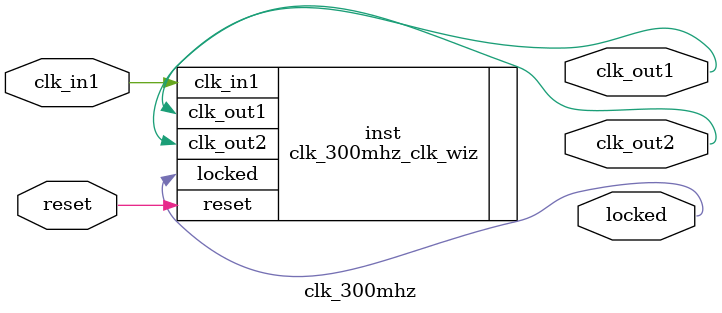
<source format=v>


`timescale 1ps/1ps

(* CORE_GENERATION_INFO = "clk_300mhz,clk_wiz_v6_0_14_0_0,{component_name=clk_300mhz,use_phase_alignment=true,use_min_o_jitter=false,use_max_i_jitter=false,use_dyn_phase_shift=false,use_inclk_switchover=false,use_dyn_reconfig=false,enable_axi=0,feedback_source=FDBK_AUTO,PRIMITIVE=MMCM,num_out_clk=2,clkin1_period=10.000,clkin2_period=10.000,use_power_down=false,use_reset=true,use_locked=true,use_inclk_stopped=false,feedback_type=SINGLE,CLOCK_MGR_TYPE=NA,manual_override=false}" *)

module clk_300mhz 
 (
  // Clock out ports
  output        clk_out1,
  output        clk_out2,
  // Status and control signals
  input         reset,
  output        locked,
 // Clock in ports
  input         clk_in1
 );

  clk_300mhz_clk_wiz inst
  (
  // Clock out ports  
  .clk_out1(clk_out1),
  .clk_out2(clk_out2),
  // Status and control signals               
  .reset(reset), 
  .locked(locked),
 // Clock in ports
  .clk_in1(clk_in1)
  );

endmodule

</source>
